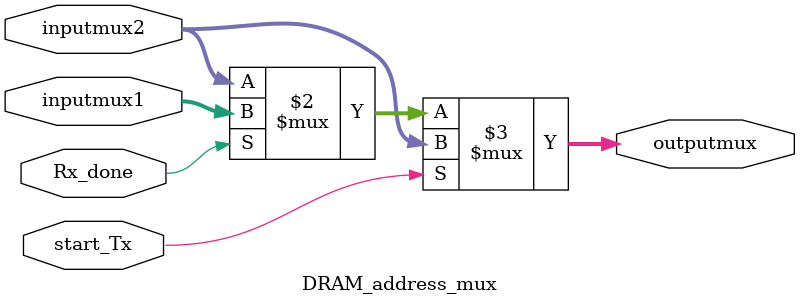
<source format=v>
module DRAM_address_mux(output wire [15:0] outputmux,
									input wire [15:0] inputmux1,
									input wire [15:0] inputmux2,
									input wire start_Tx,
									input wire Rx_done);


assign outputmux = start_Tx ? (Rx_done ? inputmux2 : inputmux2) : (Rx_done ? inputmux1 : inputmux2);



endmodule
</source>
